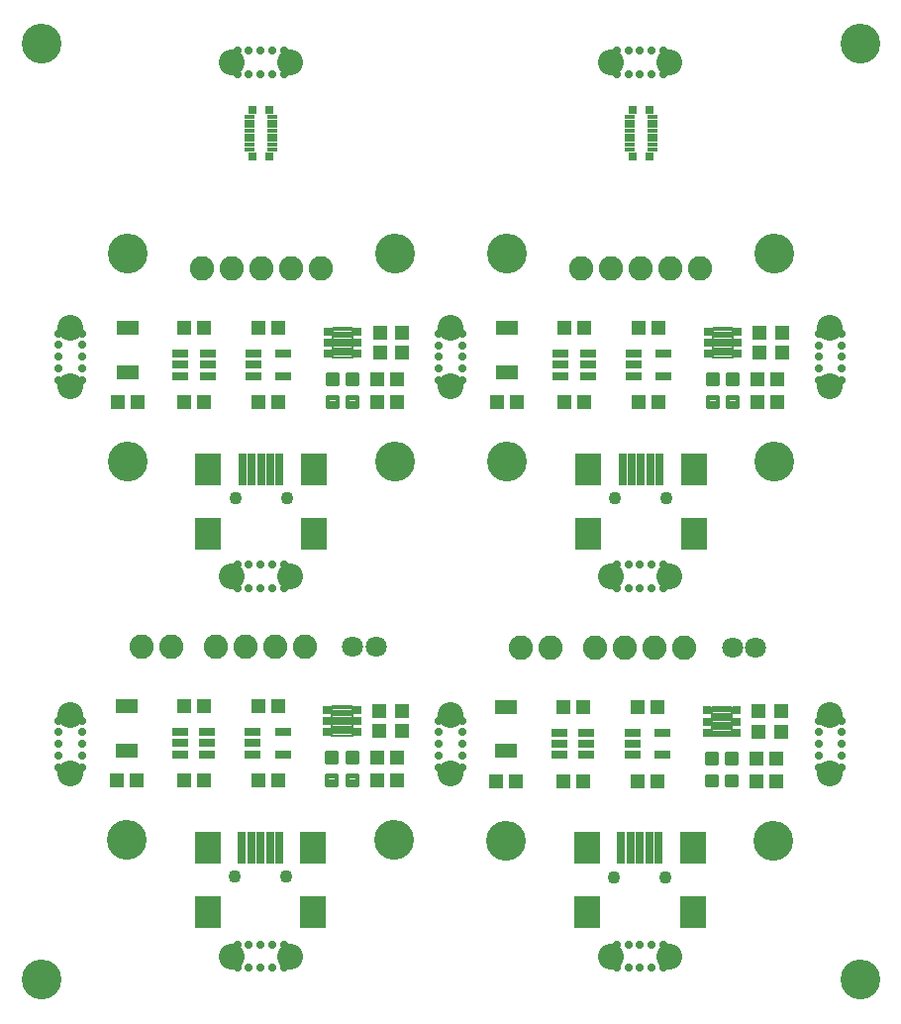
<source format=gts>
G04 EAGLE Gerber X2 export*
G75*
%MOIN*%
%FSLAX24Y24*%
%LPD*%
%AMOC8*
5,1,8,0,0,1.08239X$1,22.5*%
G01*
%ADD10C,0.027685*%
%ADD11C,0.086740*%
%ADD12C,0.133984*%
%ADD13R,0.051307X0.047370*%
%ADD14R,0.047370X0.051307*%
%ADD15C,0.014211*%
%ADD16R,0.027685X0.106425*%
%ADD17R,0.086740X0.106425*%
%ADD18C,0.043433*%
%ADD19R,0.031622X0.025323*%
%ADD20R,0.037528X0.017055*%
%ADD21R,0.074929X0.047370*%
%ADD22C,0.082000*%
%ADD23R,0.055244X0.029654*%
%ADD24R,0.027685X0.025717*%
%ADD25C,0.007690*%
%ADD26R,0.055244X0.031622*%
%ADD27C,0.070992*%


D10*
X3327Y9114D03*
X3327Y9508D03*
X3327Y9902D03*
X3327Y10295D03*
X3327Y10689D03*
X2539Y9114D03*
X2539Y9508D03*
X2539Y9902D03*
X2539Y10295D03*
X2539Y10689D03*
D11*
X2933Y8917D03*
X2933Y10886D03*
D12*
X1969Y1969D03*
X29528Y1969D03*
X29528Y33465D03*
X1969Y33465D03*
X26657Y19413D03*
X17657Y19413D03*
X17657Y26413D03*
X26657Y26413D03*
X13862Y19413D03*
X4862Y19413D03*
X4862Y26413D03*
X13862Y26413D03*
D10*
X3343Y22150D03*
X3343Y22543D03*
X3343Y22937D03*
X3343Y23331D03*
X3343Y23724D03*
X2555Y22150D03*
X2555Y22543D03*
X2555Y22937D03*
X2555Y23331D03*
X2555Y23724D03*
D11*
X2949Y21953D03*
X2949Y23921D03*
D12*
X26623Y6661D03*
X17623Y6661D03*
X13847Y6680D03*
X4847Y6680D03*
D10*
X8563Y2362D03*
X8957Y2362D03*
X9350Y2362D03*
X9744Y2362D03*
X10138Y2362D03*
X8563Y3150D03*
X8957Y3150D03*
X9350Y3150D03*
X9744Y3150D03*
X10138Y3150D03*
D11*
X8366Y2756D03*
X10335Y2756D03*
D10*
X21339Y2362D03*
X21732Y2362D03*
X22126Y2362D03*
X22520Y2362D03*
X22913Y2362D03*
X21339Y3150D03*
X21732Y3150D03*
X22126Y3150D03*
X22520Y3150D03*
X22913Y3150D03*
D11*
X21142Y2756D03*
X23110Y2756D03*
D10*
X21339Y15157D03*
X21732Y15157D03*
X22126Y15157D03*
X22520Y15157D03*
X22913Y15157D03*
X21339Y15945D03*
X21732Y15945D03*
X22126Y15945D03*
X22520Y15945D03*
X22913Y15945D03*
D11*
X21142Y15551D03*
X23110Y15551D03*
D10*
X8563Y15157D03*
X8957Y15157D03*
X9350Y15157D03*
X9744Y15157D03*
X10138Y15157D03*
X8563Y15945D03*
X8957Y15945D03*
X9350Y15945D03*
X9744Y15945D03*
X10138Y15945D03*
D11*
X8366Y15551D03*
X10335Y15551D03*
D10*
X8563Y32441D03*
X8957Y32441D03*
X9350Y32441D03*
X9744Y32441D03*
X10138Y32441D03*
X8563Y33228D03*
X8957Y33228D03*
X9350Y33228D03*
X9744Y33228D03*
X10138Y33228D03*
D11*
X8366Y32835D03*
X10335Y32835D03*
D10*
X21339Y32441D03*
X21732Y32441D03*
X22126Y32441D03*
X22520Y32441D03*
X22913Y32441D03*
X21339Y33228D03*
X21732Y33228D03*
X22126Y33228D03*
X22520Y33228D03*
X22913Y33228D03*
D11*
X21142Y32835D03*
X23110Y32835D03*
D10*
X16142Y22146D03*
X16142Y22539D03*
X16142Y22933D03*
X16142Y23327D03*
X16142Y23720D03*
X15354Y22146D03*
X15354Y22539D03*
X15354Y22933D03*
X15354Y23327D03*
X15354Y23720D03*
D11*
X15748Y21949D03*
X15748Y23917D03*
D10*
X28917Y9114D03*
X28917Y9508D03*
X28917Y9902D03*
X28917Y10295D03*
X28917Y10689D03*
X28130Y9114D03*
X28130Y9508D03*
X28130Y9902D03*
X28130Y10295D03*
X28130Y10689D03*
D11*
X28524Y8917D03*
X28524Y10886D03*
D10*
X28917Y22146D03*
X28917Y22539D03*
X28917Y22933D03*
X28917Y23327D03*
X28917Y23720D03*
X28130Y22146D03*
X28130Y22539D03*
X28130Y22933D03*
X28130Y23327D03*
X28130Y23720D03*
D11*
X28524Y21949D03*
X28524Y23917D03*
D10*
X16142Y9114D03*
X16142Y9508D03*
X16142Y9902D03*
X16142Y10295D03*
X16142Y10689D03*
X15354Y9114D03*
X15354Y9508D03*
X15354Y9902D03*
X15354Y10295D03*
X15354Y10689D03*
D11*
X15748Y8917D03*
X15748Y10886D03*
D13*
X22742Y23913D03*
X22073Y23913D03*
X20242Y23913D03*
X19573Y23913D03*
X22742Y21413D03*
X22073Y21413D03*
D14*
X26157Y23748D03*
X26157Y23079D03*
D13*
X20242Y21413D03*
X19573Y21413D03*
X17992Y21413D03*
X17323Y21413D03*
D15*
X24728Y21997D02*
X24728Y22329D01*
X24728Y21997D02*
X24396Y21997D01*
X24396Y22329D01*
X24728Y22329D01*
X24728Y22138D02*
X24396Y22138D01*
X24396Y22279D02*
X24728Y22279D01*
X25419Y22329D02*
X25419Y21997D01*
X25087Y21997D01*
X25087Y22329D01*
X25419Y22329D01*
X25419Y22138D02*
X25087Y22138D01*
X25087Y22279D02*
X25419Y22279D01*
X24728Y21579D02*
X24728Y21247D01*
X24396Y21247D01*
X24396Y21579D01*
X24728Y21579D01*
X24728Y21388D02*
X24396Y21388D01*
X24396Y21529D02*
X24728Y21529D01*
X25419Y21579D02*
X25419Y21247D01*
X25087Y21247D01*
X25087Y21579D01*
X25419Y21579D01*
X25419Y21388D02*
X25087Y21388D01*
X25087Y21529D02*
X25419Y21529D01*
D16*
X22157Y19148D03*
X21843Y19148D03*
X22787Y19148D03*
X22472Y19148D03*
D17*
X23929Y16982D03*
X20386Y16982D03*
X23929Y19148D03*
X20386Y19148D03*
D16*
X21528Y19148D03*
D18*
X21291Y18163D03*
X23024Y18163D03*
D14*
X26907Y23079D03*
X26907Y23748D03*
D13*
X26073Y22163D03*
X26742Y22163D03*
X26073Y21413D03*
X26742Y21413D03*
D19*
X22433Y31240D03*
X21882Y31240D03*
X22433Y29689D03*
X21882Y29689D03*
D20*
X21764Y30386D03*
X22551Y30386D03*
X22551Y30543D03*
X22551Y30858D03*
X22551Y31016D03*
X21764Y31016D03*
X22551Y30701D03*
X21764Y30228D03*
X22551Y29913D03*
X22551Y30071D03*
X22551Y30228D03*
X21764Y29913D03*
X21764Y30071D03*
X21764Y30858D03*
X21764Y30701D03*
X21764Y30543D03*
D21*
X17657Y22415D03*
X17657Y23911D03*
D22*
X20157Y25913D03*
X21157Y25913D03*
X22157Y25913D03*
X23157Y25913D03*
X24157Y25913D03*
D23*
X21896Y23037D03*
X21896Y22663D03*
X21896Y22289D03*
X22919Y22289D03*
X22919Y23037D03*
D24*
X24396Y23413D03*
X24396Y23039D03*
X24396Y23787D03*
X25419Y23787D03*
X25419Y23413D03*
X25419Y23039D03*
D25*
X24561Y22919D02*
X24561Y23907D01*
X25253Y23907D01*
X25253Y22919D01*
X24561Y22919D01*
X24561Y22995D02*
X25253Y22995D01*
X25253Y23071D02*
X24561Y23071D01*
X24561Y23147D02*
X25253Y23147D01*
X25253Y23223D02*
X24561Y23223D01*
X24561Y23299D02*
X25253Y23299D01*
X25253Y23375D02*
X24561Y23375D01*
X24561Y23451D02*
X25253Y23451D01*
X25253Y23527D02*
X24561Y23527D01*
X24561Y23603D02*
X25253Y23603D01*
X25253Y23679D02*
X24561Y23679D01*
X24561Y23755D02*
X25253Y23755D01*
X25253Y23831D02*
X24561Y23831D01*
X24561Y23907D02*
X25253Y23907D01*
D26*
X19455Y22663D03*
X19455Y22289D03*
X19455Y23037D03*
X20360Y23037D03*
X20360Y22663D03*
X20360Y22289D03*
D13*
X9947Y23913D03*
X9278Y23913D03*
X7447Y23913D03*
X6778Y23913D03*
X9947Y21413D03*
X9278Y21413D03*
D14*
X13362Y23748D03*
X13362Y23079D03*
D13*
X7447Y21413D03*
X6778Y21413D03*
X5197Y21413D03*
X4528Y21413D03*
D15*
X11933Y21997D02*
X11933Y22329D01*
X11933Y21997D02*
X11601Y21997D01*
X11601Y22329D01*
X11933Y22329D01*
X11933Y22138D02*
X11601Y22138D01*
X11601Y22279D02*
X11933Y22279D01*
X12623Y22329D02*
X12623Y21997D01*
X12291Y21997D01*
X12291Y22329D01*
X12623Y22329D01*
X12623Y22138D02*
X12291Y22138D01*
X12291Y22279D02*
X12623Y22279D01*
X11933Y21579D02*
X11933Y21247D01*
X11601Y21247D01*
X11601Y21579D01*
X11933Y21579D01*
X11933Y21388D02*
X11601Y21388D01*
X11601Y21529D02*
X11933Y21529D01*
X12623Y21579D02*
X12623Y21247D01*
X12291Y21247D01*
X12291Y21579D01*
X12623Y21579D01*
X12623Y21388D02*
X12291Y21388D01*
X12291Y21529D02*
X12623Y21529D01*
D16*
X9362Y19148D03*
X9047Y19148D03*
X9992Y19148D03*
X9677Y19148D03*
D17*
X11134Y16982D03*
X7591Y16982D03*
X11134Y19148D03*
X7591Y19148D03*
D16*
X8732Y19148D03*
D18*
X8496Y18163D03*
X10228Y18163D03*
D14*
X14112Y23079D03*
X14112Y23748D03*
D13*
X13278Y22163D03*
X13947Y22163D03*
X13278Y21413D03*
X13947Y21413D03*
D19*
X9638Y31240D03*
X9087Y31240D03*
X9638Y29689D03*
X9087Y29689D03*
D20*
X8969Y30386D03*
X9756Y30386D03*
X9756Y30543D03*
X9756Y30858D03*
X9756Y31016D03*
X8969Y31016D03*
X9756Y30701D03*
X8969Y30228D03*
X9756Y29913D03*
X9756Y30071D03*
X9756Y30228D03*
X8969Y29913D03*
X8969Y30071D03*
X8969Y30858D03*
X8969Y30701D03*
X8969Y30543D03*
D21*
X4862Y22415D03*
X4862Y23911D03*
D22*
X7362Y25913D03*
X8362Y25913D03*
X9362Y25913D03*
X10362Y25913D03*
X11362Y25913D03*
D23*
X9100Y23037D03*
X9100Y22663D03*
X9100Y22289D03*
X10124Y22289D03*
X10124Y23037D03*
D24*
X11600Y23413D03*
X11600Y23039D03*
X11600Y23787D03*
X12624Y23787D03*
X12624Y23413D03*
X12624Y23039D03*
D25*
X11766Y22919D02*
X11766Y23907D01*
X12458Y23907D01*
X12458Y22919D01*
X11766Y22919D01*
X11766Y22995D02*
X12458Y22995D01*
X12458Y23071D02*
X11766Y23071D01*
X11766Y23147D02*
X12458Y23147D01*
X12458Y23223D02*
X11766Y23223D01*
X11766Y23299D02*
X12458Y23299D01*
X12458Y23375D02*
X11766Y23375D01*
X11766Y23451D02*
X12458Y23451D01*
X12458Y23527D02*
X11766Y23527D01*
X11766Y23603D02*
X12458Y23603D01*
X12458Y23679D02*
X11766Y23679D01*
X11766Y23755D02*
X12458Y23755D01*
X12458Y23831D02*
X11766Y23831D01*
X11766Y23907D02*
X12458Y23907D01*
D26*
X6659Y22663D03*
X6659Y22289D03*
X6659Y23037D03*
X7565Y23037D03*
X7565Y22663D03*
X7565Y22289D03*
D13*
X22707Y11161D03*
X22038Y11161D03*
X20207Y11161D03*
X19538Y11161D03*
X22707Y8661D03*
X22038Y8661D03*
D14*
X26123Y10995D03*
X26123Y10326D03*
D13*
X20207Y8661D03*
X19538Y8661D03*
X17957Y8661D03*
X17288Y8661D03*
D15*
X24694Y9245D02*
X24694Y9577D01*
X24694Y9245D02*
X24362Y9245D01*
X24362Y9577D01*
X24694Y9577D01*
X24694Y9386D02*
X24362Y9386D01*
X24362Y9527D02*
X24694Y9527D01*
X25384Y9577D02*
X25384Y9245D01*
X25052Y9245D01*
X25052Y9577D01*
X25384Y9577D01*
X25384Y9386D02*
X25052Y9386D01*
X25052Y9527D02*
X25384Y9527D01*
X24694Y8827D02*
X24694Y8495D01*
X24362Y8495D01*
X24362Y8827D01*
X24694Y8827D01*
X24694Y8636D02*
X24362Y8636D01*
X24362Y8777D02*
X24694Y8777D01*
X25384Y8827D02*
X25384Y8495D01*
X25052Y8495D01*
X25052Y8827D01*
X25384Y8827D01*
X25384Y8636D02*
X25052Y8636D01*
X25052Y8777D02*
X25384Y8777D01*
D16*
X22123Y6395D03*
X21808Y6395D03*
X22753Y6395D03*
X22438Y6395D03*
D17*
X23894Y4230D03*
X20351Y4230D03*
X23894Y6395D03*
X20351Y6395D03*
D16*
X21493Y6395D03*
D18*
X21257Y5411D03*
X22989Y5411D03*
D14*
X26873Y10326D03*
X26873Y10995D03*
D13*
X26038Y9411D03*
X26707Y9411D03*
X26038Y8661D03*
X26707Y8661D03*
D21*
X17623Y9663D03*
X17623Y11159D03*
D23*
X21861Y10285D03*
X21861Y9911D03*
X21861Y9537D03*
X22885Y9537D03*
X22885Y10285D03*
D24*
X24361Y10661D03*
X24361Y10287D03*
X24361Y11035D03*
X25385Y11035D03*
X25385Y10661D03*
X25385Y10287D03*
D25*
X24527Y10167D02*
X24527Y11155D01*
X25219Y11155D01*
X25219Y10167D01*
X24527Y10167D01*
X24527Y10243D02*
X25219Y10243D01*
X25219Y10319D02*
X24527Y10319D01*
X24527Y10395D02*
X25219Y10395D01*
X25219Y10471D02*
X24527Y10471D01*
X24527Y10547D02*
X25219Y10547D01*
X25219Y10623D02*
X24527Y10623D01*
X24527Y10699D02*
X25219Y10699D01*
X25219Y10775D02*
X24527Y10775D01*
X24527Y10851D02*
X25219Y10851D01*
X25219Y10927D02*
X24527Y10927D01*
X24527Y11003D02*
X25219Y11003D01*
X25219Y11079D02*
X24527Y11079D01*
X24527Y11155D02*
X25219Y11155D01*
D26*
X19420Y9911D03*
X19420Y9537D03*
X19420Y10285D03*
X20326Y10285D03*
X20326Y9911D03*
X20326Y9537D03*
D22*
X23623Y13161D03*
X22623Y13161D03*
X21623Y13161D03*
X20623Y13161D03*
D27*
X25229Y13161D03*
X26017Y13161D03*
D22*
X18123Y13161D03*
X19123Y13161D03*
D13*
X9932Y11180D03*
X9263Y11180D03*
X7432Y11180D03*
X6763Y11180D03*
X9932Y8680D03*
X9263Y8680D03*
D14*
X13347Y11015D03*
X13347Y10346D03*
D13*
X7432Y8680D03*
X6763Y8680D03*
X5182Y8680D03*
X4513Y8680D03*
D15*
X11918Y9264D02*
X11918Y9596D01*
X11918Y9264D02*
X11586Y9264D01*
X11586Y9596D01*
X11918Y9596D01*
X11918Y9405D02*
X11586Y9405D01*
X11586Y9546D02*
X11918Y9546D01*
X12609Y9596D02*
X12609Y9264D01*
X12277Y9264D01*
X12277Y9596D01*
X12609Y9596D01*
X12609Y9405D02*
X12277Y9405D01*
X12277Y9546D02*
X12609Y9546D01*
X11918Y8846D02*
X11918Y8514D01*
X11586Y8514D01*
X11586Y8846D01*
X11918Y8846D01*
X11918Y8655D02*
X11586Y8655D01*
X11586Y8796D02*
X11918Y8796D01*
X12609Y8846D02*
X12609Y8514D01*
X12277Y8514D01*
X12277Y8846D01*
X12609Y8846D01*
X12609Y8655D02*
X12277Y8655D01*
X12277Y8796D02*
X12609Y8796D01*
D16*
X9347Y6415D03*
X9032Y6415D03*
X9977Y6415D03*
X9662Y6415D03*
D17*
X11119Y4249D03*
X7576Y4249D03*
X11119Y6415D03*
X7576Y6415D03*
D16*
X8717Y6415D03*
D18*
X8481Y5430D03*
X10213Y5430D03*
D14*
X14097Y10346D03*
X14097Y11015D03*
D13*
X13263Y9430D03*
X13932Y9430D03*
X13263Y8680D03*
X13932Y8680D03*
D21*
X4847Y9682D03*
X4847Y11178D03*
D23*
X9085Y10304D03*
X9085Y9930D03*
X9085Y9556D03*
X10109Y9556D03*
X10109Y10304D03*
D24*
X11585Y10680D03*
X11585Y10306D03*
X11585Y11054D03*
X12609Y11054D03*
X12609Y10680D03*
X12609Y10306D03*
D25*
X11751Y10186D02*
X11751Y11174D01*
X12443Y11174D01*
X12443Y10186D01*
X11751Y10186D01*
X11751Y10262D02*
X12443Y10262D01*
X12443Y10338D02*
X11751Y10338D01*
X11751Y10414D02*
X12443Y10414D01*
X12443Y10490D02*
X11751Y10490D01*
X11751Y10566D02*
X12443Y10566D01*
X12443Y10642D02*
X11751Y10642D01*
X11751Y10718D02*
X12443Y10718D01*
X12443Y10794D02*
X11751Y10794D01*
X11751Y10870D02*
X12443Y10870D01*
X12443Y10946D02*
X11751Y10946D01*
X11751Y11022D02*
X12443Y11022D01*
X12443Y11098D02*
X11751Y11098D01*
X11751Y11174D02*
X12443Y11174D01*
D26*
X6644Y9930D03*
X6644Y9556D03*
X6644Y10304D03*
X7550Y10304D03*
X7550Y9930D03*
X7550Y9556D03*
D22*
X10847Y13180D03*
X9847Y13180D03*
X8847Y13180D03*
X7847Y13180D03*
D27*
X12454Y13180D03*
X13241Y13180D03*
D22*
X5347Y13180D03*
X6347Y13180D03*
M02*

</source>
